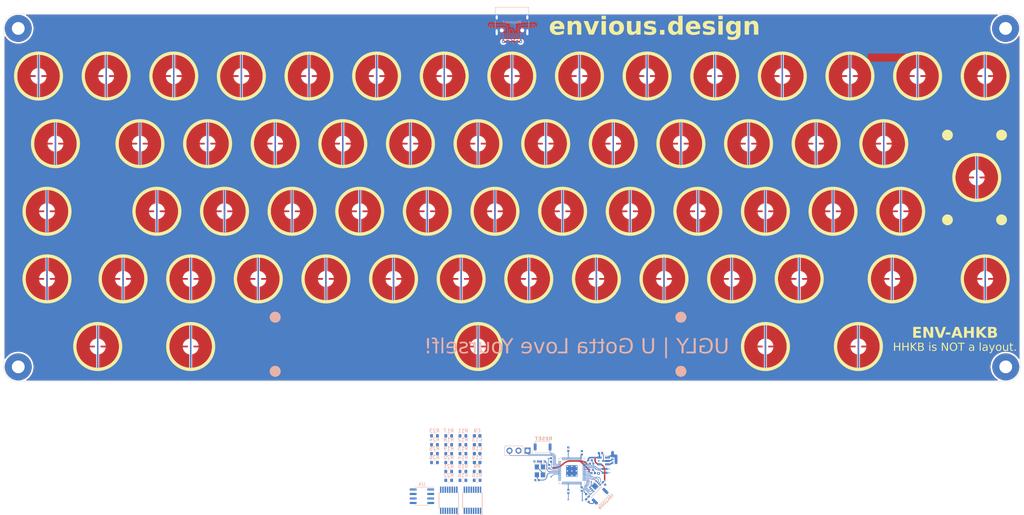
<source format=kicad_pcb>
(kicad_pcb (version 20221018) (generator pcbnew)
  (layers (0 "F.Cu" signal) (31 "B.Cu" signal) (34 "B.Paste" user) (35 "F.Paste" user) (36 "B.SilkS" user "B.Silkscreen") (37 "F.SilkS" user "F.Silkscreen") (38 "B.Mask" user) (39 "F.Mask" user) (44 "Edge.Cuts" user))
  (net 0 "")
  (net 1 "col0")
  (net 2 "col1")
  (net 3 "col2")
  (net 4 "col3")
  (net 5 "col4")
  (net 6 "col5")
  (net 7 "col6")
  (net 8 "col7")
  (net 9 "col8")
  (net 10 "col9")
  (net 11 "col10")
  (net 12 "col11")
  (net 13 "col12")
  (net 14 "col13")
  (net 15 "row0")
  (net 16 "row1")
  (net 17 "row2")
  (net 18 "row3")
  (net 19 "row4")
  (net 20 "+3V3")
  (net 21 "GND")
  (net 22 "+1V1")
  (net 23 "Net-(C14-Pad2)")
  (net 24 "Net-(U101-XIN)")
  (net 25 "VBUS")
  (net 26 "Net-(J1-CC1)")
  (net 27 "/USB_D+")
  (net 28 "/USB_D-")
  (net 30 "Net-(J1-CC2)")
  (net 32 "Net-(J2-Pin_1)")
  (net 33 "Net-(J2-Pin_3)")
  (net 34 "Net-(U101-USB_DP)")
  (net 35 "Net-(U101-USB_DM)")
  (net 36 "Net-(U101-XOUT)")
  (net 37 "Net-(U1-EN)")
  (net 38 "Net-(R8-Pad1)")
  (net 39 "Net-(U101-RUN)")
  (net 41 "QSPI_SD1")
  (net 42 "QSPI_SD2")
  (net 43 "QSPI_SD0")
  (net 44 "QSPI_SCLK")
  (net 45 "QSPI_SD3")
  (net 48 "APLEX_OUT_PIN_0")
  (net 49 "/QSPI_SS")
  (net 73 "Net-(U4-IN-)")
  (net 74 "ADC")
  (net 75 "APLEX_EN_PIN_0")
  (net 76 "AMUX_SEL_2")
  (net 77 "AMUX_SEL_1")
  (net 78 "AMUX_SEL_0")
  (net 79 "APLEX_EN_PIN_1")
  (net 80 "Net-(U3-A6)")
  (net 81 "Net-(U3-A7)")
  (footprint "cipulot_parts:ecs_pad_1U_no_ring" (layer "F.Cu") (at 122.572496 124.915)
    (fp_text reference "K_46")
    (fp_text value "KEYSW" hide)
  )
  (footprint "cipulot_parts:ecs_pad_1U_no_ring" (layer "F.Cu") (at 179.722496 124.915)
    (fp_text reference "K_49")
    (fp_text value "KEYSW" hide)
  )
  (footprint "cipulot_parts:ecs_pad_1U_no_ring" (layer "F.Cu") (at 265.447496 105.865)
    (fp_text reference "K_40")
    (fp_text value "KEYSW" hide)
  )
  (footprint "cipulot_parts:ecs_pad_1U_no_ring" (layer "F.Cu") (at 308.309996 124.915)
    (fp_text reference "K_55")
    (fp_text value "KEYSW" hide)
  )
  (footprint "MountingHole:MountingHole_3.5mm_Pad" (layer "F.Cu") (at 35.9 54.35)
    (fp_text reference "H1")
    (fp_text value "MountingHole")
  )
  (footprint "cipulot_parts:ecs_pad_1U_no_ring" (layer "F.Cu") (at 70.184996 86.815)
    (fp_text reference "K_16")
    (fp_text value "KEYSW" hide)
  )
  (footprint "cipulot_parts:ecs_pad_1U_no_ring" (layer "F.Cu") (at 284.497496 105.865)
    (fp_text reference "K_41")
    (fp_text value "KEYSW" hide)
  )
  (footprint "cipulot_parts:ecs_pad_1U_no_ring" (layer "F.Cu") (at 117.809996 67.765)
    (fp_text reference "K_4")
    (fp_text value "KEYSW" hide)
  )
  (footprint "cipulot_parts:ecs_pad_1U_no_ring" (layer "F.Cu") (at 184.484996 86.815)
    (fp_text reference "K_22")
    (fp_text value "KEYSW" hide)
  )
  (footprint "cipulot_parts:ecs_pad_1U_no_ring" (layer "F.Cu") (at 222.584996 86.815)
    (fp_text reference "K_24")
    (fp_text value "KEYSW" hide)
  )
  (footprint "cipulot_parts:ecs_pad_1U_no_ring" (layer "F.Cu") (at 84.472496 124.915)
    (fp_text reference "K_44")
    (fp_text value "KEYSW" hide)
  )
  (footprint "cipulot_parts:ecs_pad_1U_no_ring" (layer "F.Cu") (at 289.259996 67.765)
    (fp_text reference "K_13")
    (fp_text value "KEYSW" hide)
  )
  (footprint "cipulot_parts:ecs_pad_1U_no_ring" (layer "F.Cu") (at 227.347496 105.865)
    (fp_text reference "K_38")
    (fp_text value "KEYSW" hide)
  )
  (footprint "cipulot_parts:ecs_pad_1U_no_ring" (layer "F.Cu") (at 282.116296 124.915)
    (fp_text reference "K_54")
    (fp_text value "KEYSW" hide)
  )
  (footprint "cipulot_parts:ecs_pad_1U_no_ring" (layer "F.Cu") (at 260.684996 86.815)
    (fp_text reference "K_26")
    (fp_text value "KEYSW" hide)
  )
  (footprint "cipulot_parts:ecs_pad_1U_no_ring" (layer "F.Cu") (at 255.922496 124.915)
    (fp_text reference "K_53")
    (fp_text value "KEYSW" hide)
  )
  (footprint "cipulot_parts:ecs_pad_1U_no_ring" (layer "F.Cu") (at 170.197496 105.865)
    (fp_text reference "K_35")
    (fp_text value "KEYSW" hide)
  )
  (footprint "cipulot_parts:ecs_pad_1U_no_ring" (layer "F.Cu") (at 58.278796 143.965)
    (fp_text reference "K_56")
    (fp_text value "KEYSW" hide)
  )
  (footprint "cipulot_parts:ecs_pad_1U_no_ring" (layer "F.Cu") (at 174.959996 67.765)
    (fp_text reference "K_7")
    (fp_text value "KEYSW" hide)
  )
  (footprint "cipulot_parts:ecs_pad_1U_no_ring" (layer "F.Cu") (at 132.097496 105.865)
    (fp_text reference "K_33")
    (fp_text value "KEYSW" hide)
  )
  (footprint "cipulot_parts:ecs_pad_1U_no_ring" (layer "F.Cu") (at 270.209996 67.765)
    (fp_text reference "K_12")
    (fp_text value "KEYSW" hide)
  )
  (footprint "cipulot_parts:ecs_pad_1U_no_ring" (layer "F.Cu") (at 155.909996 67.765)
    (fp_text reference "K_6")
    (fp_text value "KEYSW" hide)
  )
  (footprint "cipulot_parts:ecs_pad_1U_no_ring" (layer "F.Cu") (at 246.397496 143.965)
    (fp_text reference "K_59")
    (fp_text value "KEYSW" hide)
  )
  (footprint "cipulot_parts:ecs_pad_1U_no_ring" (layer "F.Cu") (at 127.334996 86.815)
    (fp_text reference "K_19")
    (fp_text value "KEYSW" hide)
  )
  (footprint "cipulot_parts:ecs_pad_1U_no_ring" (layer "F.Cu") (at 93.997496 105.865)
    (fp_text reference "K_31")
    (fp_text value "KEYSW" hide)
  )
  (footprint "cipulot_parts:ecs_pad_1U_no_ring" (layer "F.Cu") (at 41.609996 67.765)
    (fp_text reference "K_0")
    (fp_text value "KEYSW" hide)
  )
  (footprint "MountingHole:MountingHole_3.5mm_Pad" (layer "F.Cu") (at 314.05 54.35)
    (fp_text reference "H2")
    (fp_text value "MountingHole")
  )
  (footprint "cipulot_parts:ecs_pad_1U_no_ring" (layer "F.Cu") (at 65.422496 124.915)
    (fp_text reference "K_43")
    (fp_text value "KEYSW" hide)
  )
  (footprint "cipulot_parts:ecs_pad_1U_no_ring" (layer "F.Cu") (at 103.522496 124.915)
    (fp_text reference "K_45")
    (fp_text value "KEYSW" hide)
  )
  (footprint "cipulot_parts:ecs_pad_1U_no_ring" (layer "F.Cu") (at 160.672496 124.915)
    (fp_text reference "K_48")
    (fp_text value "KEYSW" hide)
  )
  (footprint "cipulot_parts:ecs_pad_1U_no_ring" (layer "F.Cu") (at 43.991296 105.865)
    (fp_text reference "K_29")
    (fp_text value "KEYSW" hide)
  )
  (footprint "cipulot_parts:ecs_pad_1U_no_ring" (layer "F.Cu") (at 308.309996 67.765)
    (fp_text reference "K_14")
    (fp_text value "KEYSW" hide)
  )
  (footprint "cipulot_parts:ecs_pad_1U_no_ring" (layer "F.Cu") (at 241.634996 86.815)
    (fp_text reference "K_25")
    (fp_text value "KEYSW" hide)
  )
  (footprint "cipulot_parts:ecs_pad_1U_no_ring" (layer "F.Cu") (at 46.372496 86.815)
    (fp_text reference "K_15")
    (fp_text value "KEYSW" hide)
  )
  (footprint "cipulot_parts:ecs_pad_1U_no_ring" (layer "F.Cu") (at 246.397496 105.865)
    (fp_text reference "K_39")
    (fp_text value "KEYSW" hide)
  )
  (footprint "cipulot_parts:ecs_pad_1U_no_ring" (layer "F.Cu") (at 272.591296 143.965)
    (fp_text reference "K_60")
    (fp_text value "KEYSW" hide)
  )
  (footprint "cipulot_parts:ecs_pad_1U_no_ring" (layer "F.Cu") (at 146.384996 86.815)
    (fp_text reference "K_20")
    (fp_text value "KEYSW" hide)
  )
  (footprint "cipulot_parts:ecs_pad_1U_no_ring" (layer "F.Cu") (at 136.859996 67.765)
    (fp_text reference "K_5")
    (fp_text value "KEYSW" hide)
  )
  (footprint "cipulot_parts:ecs_pad_1U_no_ring" (layer "F.Cu") (at 89.234996 86.815)
    (fp_text reference "K_17")
    (fp_text value "KEYSW" hide)
  )
  (footprint "cipulot_parts:ecs_pad_1U_no_ring" (layer "F.Cu") (at 74.947496 105.865)
    (fp_text reference "K_30")
    (fp_text value "KEYSW" hide)
  )
  (footprint "cipulot_parts:ecs_pad_1U_no_ring" (layer "F.Cu") (at 151.147496 105.865)
    (fp_text reference "K_34")
    (fp_text value "KEYSW" hide)
  )
  (footprint "cipulot_parts:ecs_pad_1U_no_ring" (layer "F.Cu") (at 165.434996 86.815)
    (fp_text reference "K_21")
    (fp_text value "KEYSW" hide)
  )
  (footprint "cipulot_parts:ecs_pad_1U_no_ring" (layer "F.Cu") (at 84.472496 143.965)
    (fp_text reference "K_57")
    (fp_text value "KEYSW" hide)
  )
  (footprint "Mounting_Keyboard_Stabilizer:Stabilizer_Cherry_MX_7u" (layer "F.Cu") (at 165.434996 143.965 180)
    (fp_text reference "STAB1")
    (fp_text value "Stabiliser")
  )
  (footprint "cipulot_parts:ecs_pad_1U_no_ring" (layer "F.Cu") (at 98.759996 67.765)
    (fp_text reference "K_3")
    (fp_text value "KEYSW" hide)
  )
  (footprint "MountingHole:MountingHole_3.5mm_Pad" (layer "F.Cu") (at 314.1 149.7)
    (fp_text reference "H4")
    (fp_text value "MountingHole")
  )
  (footprint "cipulot_parts:ecs_pad_1U_no_ring" (layer "F.Cu") (at 251.159996 67.765)
    (fp_text reference "K_11")
    (fp_text value "KEYSW" hide)
  )
  (footprint "cipulot_parts:ecs_pad_1U_no_ring" (layer "F.Cu") (at 141.622496 124.915)
    (fp_text reference "K_47")
    (fp_text value "KEYSW" hide)
  )
  (footprint "cipulot_parts:ecs_pad_1U_no_ring" (layer "F.Cu") (at 279.734996 86.815)
    (fp_text reference "K_27")
    (fp_text value "KEYSW" hide)
  )
  (footprint "cipulot_parts:ecs_pad_1U_no_ring" (layer "F.Cu") (at 236.872496 124.915)
    (fp_text reference "K_52")
    (fp_text value "KEYSW" hide)
  )
  (footprint "cipulot_parts:ecs_pad_1U_no_ring" (layer "F.Cu") (at 113.047496 105.865)
    (fp_text reference "K_32")
    (fp_text value "KEYSW" hide)
  )
  (footprint "cipulot_parts:ecs_pad_1U_no_ring" (layer "F.Cu") (at 305.939996 96.34)
    (fp_text reference "K_28")
    (fp_text value "KEYSW" hide)
  )
  (footprint "cipulot_parts:ecs_pad_1U_no_ring" (layer "F.Cu") (at 43.991296 124.915)
    (fp_text reference "K_42")
    (fp_text value "KEYSW" hide)
  )
  (footprint "MountingHole:MountingHole_3.5mm_Pad" (layer "F.Cu") (at 35.9 149.7)
    (fp_text reference "H3")
    (fp_text value "MountingHole")
  )
  (footprint "cipulot_parts:ecs_pad_1U_no_ring" (layer "F.Cu") (at 198.772496 124.915)
    (fp_text reference "K_50")
    (fp_text value "KEYSW" hide)
  )
  (footprint "cipulot_parts:ecs_pad_1U_no_ring" (layer "F.Cu") (at 217.822496 124.915)
    (fp_text reference "K_51")
    (fp_text value "KEYSW" hide)
  )
  (footprint "cipulot_parts:ecs_pad_1U_no_ring" (layer "F.Cu") (at 232.109996 67.765)
    (fp_text reference "K_10")
    (fp_text value "KEYSW" hide)
  )
  (footprint "cipulot_parts:ecs_pad_1U_no_ring" (layer "F.Cu") (at 165.434996 143.965)
    (fp_text reference "K_58")
    (fp_text value "KEYSW" hide)
  )
  (footprint "cipulot_parts:ecs_pad_1U_no_ring" (layer "F.Cu") (at 194.009996 67.765)
    (fp_text reference "K_8")
    (fp_text value "KEYSW" hide)
  )
  (footprint "cipulot_parts:ecs_pad_1U_no_ring" (layer "F.Cu") (at 203.534996 86.815)
    (fp_text reference "K_23")
    (fp_text value "KEYSW" hide)
  )
  (footprint "cipulot_parts:ecs_pad_1U_no_ring" (layer "F.Cu") (at 189.247496 105.865)
    (fp_text reference "K_36")
    (fp_text value "KEYSW" hide)
  )
  (footprint "cipulot_parts:ecs_pad_1U_no_ring" (layer "F.Cu") (at 213.059996 67.765)
    (fp_text reference "K_9")
    (fp_text value "KEYSW" hide)
  )
  (footprint "Mounting_Keyboard_Stabilizer:Stabilizer_Cherry_MX_2u" (layer "F.Cu") (at 305.939996 96.34 -90)
    (fp_text reference "STAB2")
    (fp_text value "Stabiliser")
  )
  (footprint "cipulot_parts:ecs_pad_1U_no_ring" (layer "F.Cu") (at 208.297496 105.865)
    (fp_text reference "K_37")
    (fp_text value "KEYSW" hide)
  )
  (footprint "cipulot_parts:ecs_pad_1U_no_ring" (layer "F.Cu") (at 108.284996 86.815)
    (fp_text reference "K_18")
    (fp_text value "KEYSW" hide)
  )
  (footprint "cipulot_parts:ecs_pad_1U_no_ring" (layer "F.Cu") (at 79.709996 67.765)
    (fp_text reference "K_2")
    (fp_text value "KEYSW" hide)
  )
  (footprint "cipulot_parts:ecs_pad_1U_no_ring" (layer "F.Cu") (at 60.659996 67.765)
    (fp_text reference "K_1")
    (fp_text value "KEYSW" hide)
  )
  (footprint "cipulot_parts:TSSOP16" (layer "B.Cu") (at 157.181278 187.28334 180)
    (fp_text reference "U3")
    (fp_text value "74HC4051")
  )
  (footprint "MCU_RaspberryPi_and_Boards:RP2040-QFN-56" (layer "B.Cu") (at 191.849999 179.005 90)
    (fp_text reference "U101")
    (fp_text value "RP2040")
  )
  (footprint "Capacitor_SMD:C_0402_1005Metric" (layer "B.Cu") (at 197.28 178.665)
    (fp_text reference "C6")
    (fp_text value "100nF 0402")
  )
  (footprint "Resistor_SMD:R_0603_1608Metric" (layer "B.Cu") (at 157.161548 171.625 180)
    (fp_text reference "R18")
    (fp_text value "100k")
  )
  (footprint "Package_SON:SON-8-1EP_3x2mm_P0.5mm_EP1.4x1.6mm" (layer "B.Cu") (at 198.37 183.325 45)
    (fp_text reference "U103")
    (fp_text value "W25Q16")
  )
  (footprint "Package_TO_SOT_SMD:SOT-23-5" (layer "B.Cu") (at 200.75 176.205 180)
    (fp_text reference "U1")
    (fp_text value "TLV75533PDBV")
  )
  (footprint "Resistor_SMD:R_0603_1608Metric" (layer "B.Cu") (at 153.151548 169.115 180)
    (fp_text reference "R23")
    (fp_text value "100k")
  )
  (footprint "Resistor_SMD:R_0603_1608Metric" (layer "B.Cu") (at 157.161548 174.135 180)
    (fp_text reference "R19")
    (fp_text value "100k")
  )
  (footprint "Button_Switch_SMD:SW_Push_SPST_NO_Alps_SKRK" (layer "B.Cu") (at 183.625 172.255)
    (fp_text reference "SW2")
    (fp_text value "Alps SKRK")
  )
  (footprint "Resistor_SMD:R_0603_1608Metric" (layer "B.Cu") (at 161.171548 169.115 180)
    (fp_text reference "R11")
    (fp_text value "100k")
  )
  (footprint "Resistor_SMD:R_0603_1608Metric" (layer "B.Cu") (at 161.171548 181.665 180)
    (fp_text reference "R16")
    (fp_text value "100k")
  )
  (footprint "Capacitor_SMD:C_0603_1608Metric" (layer "B.Cu") (at 165.181548 174.135 180)
    (fp_text reference "C18")
    (fp_text value "220p")
  )
  (footprint "Button_Switch_SMD:SW_Push_SPST_NO_Alps_SKRK" (layer "B.Cu") (at 199.825 186.155 -135)
    (fp_text reference "SW1")
    (fp_text value "Alps SKRK")
  )
  (footprint "Resistor_SMD:R_0402_1005Metric" (layer "B.Cu") (at 201.1 178.455)
    (fp_text reference "R3")
    (fp_text value "27 0402")
  )
  (footprint "Capacitor_SMD:C_0402_1005Metric" (layer "B.Cu") (at 194.65 184.13 -90)
    (fp_text reference "C8")
    (fp_text value "100nF 0402")
  )
  (footprint "Resistor_SMD:R_0603_1608Metric" (layer "B.Cu") (at 161.171548 176.645 180)
    (fp_text reference "R14")
    (fp_text value "100k")
  )
  (footprint "Resistor_SMD:R_0603_1608Metric" (layer "B.Cu") (at 161.171548 171.625 180)
    (fp_text reference "R12")
    (fp_text value "100k")
  )
  (footprint "Capacitor_SMD:C_0603_1608Metric" (layer "B.Cu") (at 165.181548 176.645 180)
    (fp_text reference "C19")
    (fp_text value "0.1u")
  )
  (footprint "Crystal:Crystal_SMD_3225-4Pin_3.2x2.5mm" (layer "B.Cu") (at 182.853553 179.005 -90)
    (fp_text reference "Y1")
    (fp_text value "12MHz 3225")
  )
  (footprint "Resistor_SMD:R_0603_1608Metric" (layer "B.Cu") (at 165.181548 181.665 180)
    (fp_text reference "R10")
    (fp_text value "100k")
  )
  (footprint "Resistor_SMD:R_0603_1608Metric" (layer "B.Cu") (at 157.161548 169.115 180)
    (fp_text reference "R17")
    (fp_text value "100k")
  )
  (footprint "Capacitor_SMD:C_0402_1005Metric" (layer "B.Cu") (at 197.89 179.635)
    (fp_text reference "C4")
    (fp_text value "100nF 0402")
  )
  (footprint "Resistor_SMD:R_0603_1608Metric" (layer "B.Cu") (at 157.161548 179.155 180)
    (fp_text reference "R21")
    (fp_text value "100k")
  )
  (footprint "Capacitor_SMD:C_0402_1005Metric" (layer "B.Cu") (at 185.49 177.815 90)
    (fp_text reference "C7")
    (fp_text value "100nF 0402")
  )
  (footprint "Resistor_SMD:R_0603_1608Metric" (layer "B.Cu") (at 153.151548 176.645 180)
    (fp_text reference "R26")
    (fp_text value "100k")
  )
  (footprint "Resistor_SMD:R_0402_1005Metric" (layer "B.Cu") (at 196.225 187.38 135)
    (fp_text reference "R8")
    (fp_text value "1K 0402")
  )
  (footprint "cipulot_parts:TSSOP16" (layer "B.Cu") (at 163.851458 187.28334 180)
    (fp_text reference "U2")
    (fp_text value "74HC4051")
  )
  (footprint "Resistor_SMD:R_0603_1608Metric" (layer "B.Cu") (at 157.161548 176.645 180)
    (fp_text reference "R20")
    (fp_text value "100k")
  )
  (footprint "Resistor_SMD:R_0603_1608Metric" (layer "B.Cu") (at 161.171548 174.135 180)
    (fp_text reference "R13")
    (fp_text value "100k")
  )
  (footprint "Resistor_SMD:R_0603_1608Metric" (layer "B.Cu") (at 153.151548 174.135 180)
    (fp_text reference "R25")
    (fp_text value "1k")
  )
  (footprint "Capacitor_SMD:C_0402_1005Metric" (layer "B.Cu") (at 197.43 176.985)
    (fp_text reference "C2")
    (fp_text value "1uF 0402")
  )
  (footprint "Connector_USB:USB_C_Receptacle_HRO_TYPE-C-31-M-12" (layer "B.Cu") (at 175 52.29)
    (fp_text reference "J1")
    (fp_text value "HRO_TYPE-C-31-M-12")
  )
  (footprint "Capacitor_SMD:C_0603_1608Metric" (layer "B.Cu") (at 165.181548 169.115 180)
    (fp_text reference "C9")
    (fp_text value "0.1u")
  )
  (footprint "Capacitor_SMD:C_0402_1005Metric" (layer "B.Cu") (at 194.675 173.904999 90)
    (fp_text reference "C12")
    (fp_text value "100nF 0402")
  )
  (footprint "Capacitor_SMD:C_0402_1005Metric" (layer "B.Cu") (at 190.875 184.805 -90)
    (fp_text reference "C10")
    (fp_text value "100nF 0402")
  )
  (footprint "Resistor_SMD:R_0603_1608Metric" (layer "B.Cu") (at 157.161548 181.665 180)
    (fp_text reference "R22")
    (fp_text value "100k")
  )
  (footprint "Package_SO:SOIC-8_3.9x4.9mm_P1.27mm" (layer "B.Cu") (at 149.621548 186.145 180)
    (fp_text reference "U4")
    (fp_text value "OPA350")
  )
  (footprint "Resistor_SMD:R_0402_1005Metric" (layer "B.Cu") (at 183.7 176.355)
    (fp_text reference "R4")
    (fp_text value "1K 0402")
  )
  (footprint "Resistor_SMD:R_0402_1005Metric" (layer "B.Cu") (at 181.2 53.890001 -90)
    (fp_text reference "R6")
    (fp_text value "5.1K 0402")
  )
  (footprint "Resistor_SMD:R_0402_1005Metric" (layer "B.Cu") (at 196.25 185.905 135)
    (fp_text reference "R1")
    (fp_text value "10K 0402")
  )
  (footprint "Resistor_SMD:R_0402_1005Metric" (layer "B.Cu") (at 201.1 179.555)
    (fp_text reference "R2")
    (fp_text value "27 0402")
  )
  (footprint "Capacitor_SMD:C_0402_1005Metric" (layer "B.Cu") (at 196.98 176.005)
    (fp_text reference "C5")
    (fp_text value "1uF 0402")
  )
  (footprint "Resistor_SMD:R_0603_1608Metric" (layer "B.Cu") (at 161.171548 179.155 180)
    (fp_text reference "R15")
    (fp_text value "100k")
  )
  (footprint "Capacitor_SMD:C_0402_1005Metric" (layer "B.Cu") (at 200.924999 182.555 -45)
    (fp_text reference "C1")
    (fp_text value "100nF 0402")
  )
  (footprint "Connector_PinHeader_2.54mm:PinHeader_1x03_P2.54mm_Vertical" (layer "B.Cu") (at 179.375 173.305 90)
    (fp_text reference "J2")
    (fp_text value "Conn_01x03")
  )
  (footprint "Resistor_SMD:R_0402_1005Metric" (layer "B.Cu") (at 203.8 176.705)
    (fp_text reference "R7")
    (fp_text value "10K 0402")
  )
  (footprint "Resistor_SMD:R_0603_1608Metric" (layer "B.Cu") (at 153.151548 171.625 180)
    (fp_text reference "R24")
    (fp_text value "100k")
  )
  (footprint "Capacitor_SMD:C_0603_1608Metric" (layer "B.Cu") (at 165.181548 171.625 180)
    (fp_text reference "C13")
    (fp_text value "0.1u")
  )
  (footprint "Capacitor_SMD:C_0402_1005Metric" (layer "B.Cu") (at 203.325 175.255 -90)
    (fp_text reference "C16")
    (fp_text value "1uF 0402")
  )
  (footprint "Capacitor_SMD:C_0402_1005Metric" (layer "B.Cu") (at 185.980001 175.925 90)
    (fp_text reference "C3")
    (fp_text value "100nF 0402")
  )
  (footprint "Capacitor_SMD:C_0402_1005Metric" (layer "B.Cu") (at 182.053554 181.605001)
    (fp_text reference "C15")
    (fp_text value "22pF 0402")
  )
  (footprint "Capacitor_SMD:C_0402_1005Metric" (layer "B.Cu") (at 190.85 172.88 90)
    (fp_text reference "C11")
    (fp_text value "100nF 0402")
  )
  (footprint "Capacitor_SMD:C_0402_1005Metric" (layer "B.Cu") (at 199.93 173.98)
    (fp_text reference "C17")
    (fp_text value "1uF 0402")
  )
  (footprint "Capacitor_SMD:C_0402_1005Metric" (layer "B.Cu") (at 181.8 176.355)
    (fp_text reference "C14")
    (fp_text value "22pF 0402")
  )
  (footprint "Resistor_SMD:R_0603_1608Metric" (layer "B.Cu") (at 165.181548 179.155 180)
    (fp_text reference "R9")
    (fp_text value "100k")
  )
  (footprint "Resistor_SMD:R_0402_1005Metric" (layer "B.Cu") (at 169 53.890001 -90)
    (fp_text reference "R5")
    (fp_text value "5.1K 0402")
  )
  (gr_line (start 314.2 153.8) (end 35.8 153.8) (stroke (width 0.1)) (layer "Edge.Cuts"))
  (gr_arc (start 314.2 50.2) (mid 317.028427 51.371573) (end 318.2 54.2) (stroke (width 0.1)) (layer "Edge.Cuts"))
  (gr_arc (start 318.2 149.8) (mid 317.028427 152.628427) (end 314.2 153.8) (stroke (width 0.1)) (layer "Edge.Cuts"))
  (gr_arc (start 31.8 54.2) (mid 32.971573 51.371573) (end 35.8 50.2) (stroke (width 0.1)) (layer "Edge.Cuts"))
  (gr_line (start 35.8 50.2) (end 314.2 50.2) (stroke (width 0.1)) (layer "Edge.Cuts"))
  (gr_line (start 318.2 54.2) (end 318.2 149.8) (stroke (width 0.1)) (layer "Edge.Cuts"))
  (gr_line (start 31.8 149.8) (end 31.8 54.2) (stroke (width 0.1)) (layer "Edge.Cuts"))
  (gr_arc (start 35.8 153.8) (mid 32.971573 152.628427) (end 31.8 149.8) (stroke (width 0.1)) (layer "Edge.Cuts"))
  (gr_text "RESET" (at 186.368682 170.557944) (layer "B.SilkS") (effects (font (size 1 1) (thickness 0.15) bold) (justify left bottom mirror)))
  (gr_text "Wagwan?" (at 175 52.6) (layer "B.SilkS") (effects (font (size 0.8 0.8) (thickness 0.1)) (justify mirror)))
  (gr_text "BOOTSEL" (at 199.085 189.29 -135) (layer "B.SilkS") (effects (font (size 0.8 0.8) (thickness 0.15) bold) (justify left bottom mirror)))
  (gr_text "UGLY | U Gotta Love Yourself!" (at 236.2 146.6) (layer "B.SilkS") (effects (font (size 4.2 4.2) (thickness 0.5)) (justify left bottom mirror)))
  (gr_text "ENV-AHKB" (at 299.8 140.25) (layer "F.SilkS") (effects (font (size 3 3) (thickness 0.6) bold)))
  (gr_text "HHKB is NOT a layout." (at 299.8 144.25) (layer "F.SilkS") (effects (font (size 2.25 2.25) (thickness 0.28125))))
  (gr_text "envious.design" (at 185.35 56.95) (layer "F.SilkS") (effects (font (size 5 5) (thickness 0.15) bold) (justify left bottom)))
  (segment (start 198.4 175.255) (end 198.4 176.005) (width 0.4) (layer "F.Cu") (net 20))
  (segment (start 201.1 178.705) (end 201.1 181.705) (width 0.4) (layer "F.Cu") (net 20))
  (via (at 201.1 181.705) (size 0.4) (drill 0.2) (layers "F.Cu" "B.Cu") (net 20))
  (via (at 198.4 175.255) (size 0.4) (drill 0.2) (layers "F.Cu" "B.Cu") (net 20))
  (arc (start 199.5 177.105) (mid 200.631371 177.573629) (end 201.1 178.705) (width 0.4) (layer "F.Cu") (net 20))
  (arc (start 198.4 176.005) (mid 198.722183 176.782817) (end 199.5 177.105) (width 0.4) (layer "F.Cu") (net 20))
  (segment (start 190.85 184.3) (end 190.875 184.325) (width 0.2) (layer "B.Cu") (net 20))
  (segment (start 199.888434 182.912744) (end 200.585589 182.215589) (width 0.15) (layer "B.Cu") (net 20))
  (segment (start 199.6125 175.255) (end 199.6125 174.372309) (width 0.4) (layer "B.Cu") (net 20))
  (segment (start 196.5 176.005001) (end 196.5 175.796998) (width 0.4) (layer "B.Cu") (net 20))
  (segment (start 199.6125 175.255) (end 198.4 175.255) (width 0.4) (layer "B.Cu") (net 20))
  (segment (start 188.4125 178.805) (end 186.721248 178.805001) (width 0.15) (layer "B.Cu") (net 20))
  (segment (start 194.45 175.567499) (end 194.45 174.685) (width 0.2) (layer "B.Cu") (net 20))
  (segment (start 190.85 175.5675) (end 190.85 173.36) (width 0.2) (layer "B.Cu") (net 20))
  (segment (start 194.45 174.928199) (end 194.45 175.567499) (width 0.2) (layer "B.Cu") (net 20))
  (segment (start 194.45 175.567499) (end 194.45 174.68) (width 0.2) (layer "B.Cu") (net 20))
  (segment (start 196.259799 176.21822) (end 196.473019 176.005) (width 0.15) (layer "B.Cu") (net 20))
  (segment (start 194.704853 183.709853) (end 195.125 184.13) (width 0.2) (layer "B.Cu") (net 20))
  (segment (start 196.473019 176.005) (end 196.5 176.005001) (width 0.15) (layer "B.Cu") (net 20))
  (segment (start 195.3 184.552487) (end 195.3 184.88) (width 0.2) (layer "B.Cu") (net 20))
  (segment (start 195.353033 185.008033) (end 195.889376 185.544377) (width 0.2) (layer "B.Cu") (net 20))
  (segment (start 190.85 182.4425) (end 190.85 184.3) (width 0.2) (layer "B.Cu") (net 20))
  (segment (start 198.4 175.255) (end 197.041998 175.255) (width 0.4) (layer "B.Cu") (net 20))
  (segment (start 200.592113 182.212886) (end 201.1 181.705) (width 0.15) (layer "B.Cu") (net 20))
  (segment (start 194.450001 182.4425) (end 194.45 183.575) (width 0.2) (layer "B.Cu") (net 20))
  (segment (start 196.8 178.665) (end 195.915195 178.665) (width 0.2) (layer "B.Cu") (net 20))
  (segment (start 195.2875 176.405) (end 195.58967 176.405) (width 0.15) (layer "B.Cu") (net 20))
  (arc (start 195.58967 176.405) (mid 195.937206 176.356937) (end 196.259799 176.21822) (width 0.15) (layer "B.Cu") (net 20))
  (arc (start 186.721248 178.805001) (mid 186.054902 178.672456) (end 185.49 178.295) (width 0.15) (layer "B.Cu") (net 20))
  (arc (start 199.81073 182.94493) (mid 199.852783 182.936565) (end 199.888434 182.912744) (width 0.15) (layer "B.Cu") (net 20))
  (arc (start 194.45 174.685) (mid 194.537868 174.472868) (end 194.75 174.385001) (width 0.2) (layer "B.Cu") (net 20))
  (arc (start 195.125 184.13) (mid 195.254518 184.323838) (end 195.3 184.552487) (width 0.2) (layer "B.Cu") (net 20))
  (arc (start 196.5 175.796998) (mid 196.658748 175.413748) (end 197.041998 175.255) (width 0.4) (layer "B.Cu") (net 20))
  (arc (start 199.6125 174.372309) (mid 199.570267 174.159993) (end 199.45 173.979999) (width 0.4) (layer "B.Cu") (net 20))
  (arc (start 194.5 183.625) (mid 194.610866 183.647054) (end 194.704853 183.709853) (width 0.2) (layer "B.Cu") (net 20))
  (arc (start 200.585589 182.215589) (mid 200.58912 182.214887) (end 200.592113 182.212886) (width 0.15) (layer "B.Cu") (net 20))
  (arc (start 194.45 183.575) (mid 194.464645 183.610355) (end 194.5 183.625) (width 0.2) (layer "B.Cu") (net 20))
  (arc (start 195.915195 178.665) (mid 195.575489 178.597429) (end 195.2875 178.405) (width 0.2) (layer "B.Cu") (net 20))
  (arc (start 194.45 174.68) (mid 194.552513 174.432513) (end 194.8 174.33) (width 0.2) (layer "B.Cu") (net 20))
  (arc (start 194.675 174.385001) (mid 194.508476 174.634221) (end 194.45 174.928199) (width 0.2) (layer "B.Cu") (net 20))
  (arc (start 195.3 184.88) (mid 195.313782 184.949291) (end 195.353033 185.008033) (width 0.2) (layer "B.Cu") (net 20))
  (via (at 186.025 180.655) (size 0.4) (drill 0.2) (layers "F.Cu" "B.Cu") (net 21))
  (via (at 194.85 187.33) (size 0.4) (drill 0.2) (layers "F.Cu" "B.Cu") (net 21))
  (via (at 197.325 182.03) (size 0.4) (drill 0.2) (layers "F.Cu" "B.Cu") (net 21))
  (via (at 190.85 187.08) (size 0.4) (drill 0.2) (layers "F.Cu" "B.Cu") (net 21))
  (via (at 199.375 179.705) (size 0.8) (drill 0.4) (layers "F.Cu" "B.Cu") (net 21))
  (via (at 199.475 176.205) (size 0.4) (drill 0.2) (layers "F.Cu" "B.Cu") (net 21))
  (segment (start 197.535233 176.080234) (end 197.46 176.005) (width 0.15) (layer "B.Cu") (net 21))
  (segment (start 200.775 175.601447) (end 200.775 174.861187) (width 0.2) (layer "B.Cu") (net 21))
  (segment (start 171.75 56.335) (end 170.835 55.42) (width 0.25) (layer "B.Cu") (net 21))
  (segment (start 170.835 55.42) (end 170.68 55.42) (width 0.25) (layer "B.Cu") (net 21))
  (segment (start 197.76 178.665) (end 198.115441 179.020441) (width 0.15) (layer "B.Cu") (net 21))
  (segment (start 190.85 187.08) (end 190.85 186.197641) (width 0.15) (layer "B.Cu") (net 21))
  (segment (start 185.25 177.095) (end 185.25 175.805) (width 0.15) (layer "B.Cu") (net 21))
  (segment (start 190.875 186.165) (end 190.875 185.285) (width 0.15) (layer "B.Cu") (net 21))
  (segment (start 197.325 182.749694) (end 197.325 182.03) (width 0.2) (layer "B.Cu") (net 21))
  (segment (start 190.85 186.197641) (end 190.877474 186.170167) (width 0.15) (layer "B.Cu") (net 21))
  (segment (start 185.25 175.805) (end 185.25 175.55) (width 0.15) (layer "B.Cu") (net 21))
  (segment (start 185.145 175.445) (end 185.980001 175.445) (width 0.15) (layer "B.Cu") (net 21))
  (segment (start 201.8875 176.205) (end 202.19032 176.205) (width 0.4) (layer "B.Cu") (net 21))
  (segment (start 194.8 187.28) (end 194.8 184.778218) (width 0.2) (layer "B.Cu") (net 21))
  (segment (start 183.35 179.251446) (end 182.003552 177.905) (width 0.2) (layer "B.Cu") (net 21))
  (segment (start 194.85 187.33) (end 194.8 187.28) (width 0.2) (layer "B.Cu") (net 21))
  (segment (start 186.025 180.655) (end 186.025 180.705) (width 0.15) (layer "B.Cu") (net 21))
  (segment (start 194.8 184.778218) (end 194.675133 184.653351) (width 0.2) (layer "B.Cu") (net 21))
  (segment (start 188.412499 180.005) (end 186.725 180.005) (width 0.15) (layer "B.Cu") (net 21))
  (segment (start 178.25 56.335) (end 179.165 55.42) (width 0.25) (layer "B.Cu") (net 21))
  (segment (start 186.725 180.005) (end 186.075 180.655) (width 0.15) (layer "B.Cu") (net 21))
  (segment (start 179.165 55.42) (end 179.32 55.42) (width 0.25) (layer "B.Cu") (net 21))
  (segment (start 186.075 180.655) (end 186.025 180.655) (width 0.15) (layer "B.Cu") (net 21))
  (segment (start 201.8875 176.205) (end 200.525 176.205) (width 0.4) (layer "B.Cu") (net 21))
  (arc (start 190.877474 186.170167) (mid 190.874808 186.166951) (end 190.875 186.165) (width 0.15) (layer "B.Cu") (net 21))
  (arc (start 200.525 176.205) (mid 200.710027 175.928088) (end 200.775 175.601447) (width 0.2) (layer "B.Cu") (net 21))
  (arc (start 202.19032 176.205) (mid 202.804404 176.082852) (end 203.325 175.735) (width 0.4) (layer "B.Cu") (net 21))
  (arc (start 197.91 176.985) (mid 197.812601 176.495344) (end 197.535233 176.080234) (width 0.15) (layer "B.Cu") (net 21))
  (arc (start 185.25 175.55) (mid 185.219246 175.475754) (end 185.145 175.445) (width 0.15) (layer "B.Cu") (net 21))
  (arc (start 185.49 177.335) (mid 185.320294 177.264706) (end 185.25 177.095) (width 0.15) (layer "B.Cu") (net 21))
  (arc (start 200.41 173.98) (mid 200.68014 174.384292) (end 200.775 174.861187) (width 0.2) (layer "B.Cu") (net 21))
  (arc (start 198.115441 179.020441) (mid 198.303842 179.302402) (end 198.37 179.635) (width 0.15) (layer "B.Cu") (net 21))
  (arc (start 190.85 172.4) (mid 190.884244 172.385815) (end 190.898429 172.351571) (width 0.15) (layer "B.Cu") (net 21))
  (arc (start 183.703553 180.105) (mid 183.611667 179.64306) (end 183.35 179.251446) (width 0.2) (layer "B.Cu") (net 21))
  (arc (start 194.675133 184.653351) (mid 194.664924 184.630119) (end 194.65 184.61) (width 0.2) (layer "B.Cu") (net 21))
  (arc (start 196.92927 183.70507) (mid 197.222153 183.26674) (end 197.325 182.749694) (width 0.2) (layer "B.Cu") (net 21))
  (segment (start 194.167919 176.225) (end 191.460365 176.225) (width 0.4) (layer "F.Cu") (net 22))
  (segment (start 187.536627 178.040026) (end 186.314319 178.190681) (width 0.4) (layer "F.Cu") (net 22))
  (segment (start 196.34135 178.39843) (end 194.167919 176.225) (width 0.4) (layer "F.Cu") (net 22))
  (segment (start 189.360001 177.095) (end 189.35995 177.095051) (width 0.4) (layer "F.Cu") (net 22))
  (via (at 196.75 179.385) (size 0.4) (drill 0.2) (layers "F.Cu" "B.Cu") (net 22))
  (via (at 196.22 177.075) (size 0.4) (drill 0.2) (layers "F.Cu" "B.Cu") (net 22))
  (via (at 186.314319 178.190681) (size 0.4) (drill 0.2) (layers "F.Cu" "B.Cu") (net 22))
  (arc (start 194.167919 176.225) (mid 195.278497 176.445907) (end 196.22 177.075) (width 0.4) (layer "F.Cu") (net 22))
  (arc (start 191.460365 176.225) (mid 190.323655 176.451106) (end 189.360001 177.095) (width 0.4) (layer "F.Cu") (net 22))
  (arc (start 196.75 179.385) (mid 196.643795 178.851072) (end 196.34135 178.39843) (width 0.4) (layer "F.Cu") (net 22))
  (arc (start 189.35995 177.095051) (mid 188.521313 177.707958) (end 187.536627 178.040026) (width 0.4) (layer "F.Cu") (net 22))
  (segment (start 196.530001 179.385) (end 196.75 179.385) (width 0.15) (layer "B.Cu") (net 22))
  (segment (start 196.520001 179.375) (end 196.425 179.28) (width 0.15) (layer "B.Cu") (net 22))
  (segment (start 185.98 176.405) (end 186.171469 176.596469) (width 0.15) (layer "B.Cu") (net 22))
  (segment (start 186.2 176.625) (end 186.2 177.855) (width 0.15) (layer "B.Cu") (net 22))
  (segment (start 197.09 179.623847) (end 197.498847 179.623846) (width 0.2) (layer "B.Cu") (net 22))
  (segment (start 186.75 178.405) (end 188.4125 178.405) (width 0.15) (layer "B.Cu") (net 22))
  (segment (start 196.988847 179.623847) (end 197.09 179.623847) (width 0.2) (layer "B.Cu") (net 22))
  (segment (start 195.2875 179.205) (end 196.243934 179.205) (width 0.15) (layer "B.Cu") (net 22))
  (segment (start 196.520001 179.375) (end 196.530001 179.385) (width 0.15) (layer "B.Cu") (net 22))
  (segment (start 195.2875 177.205) (end 196.418874 177.205) (width 0.2) (layer "B.Cu") (net 22))
  (segment (start 195.2875 177.205) (end 195.955501 177.205) (width 0.15) (layer "B.Cu") (net 22))
  (segment (start 196.75 179.385) (end 196.988847 179.623847) (width 0.2) (layer "B.Cu") (net 22))
  (segment (start 196.520001 179.375) (end 196.541758 179.396757) (width 0.15) (layer "B.Cu") (net 22))
  (segment (start 195.2875 177.205) (end 195.906153 177.205) (width 0.2) (layer "B.Cu") (net 22))
  (arc (start 185.98 176.405) (mid 186.135563 176.469437) (end 186.2 176.625) (width 0.15) (layer "B.Cu") (net 22))
  (arc (start 186.2 177.855) (mid 186.361091 178.243909) (end 186.75 178.405) (width 0.15) (layer "B.Cu") (net 22))
  (arc (start 195.906153 177.205) (mid 196.076005 177.171214) (end 196.22 177.075) (width 0.2) (layer "B.Cu") (net 22))
  (arc (start 196.418874 177.205) (mid 196.706317 177.147824) (end 196.95 176.985) (width 0.2) (layer "B.Cu") (net 22))
  (arc (start 196.541758 179.396757) (mid 196.793293 179.564829) (end 197.09 179.623847) (width 0.15) (layer "B.Cu") (net 22))
  (arc (start 196.243934 179.205) (mid 196.341926 179.224492) (end 196.425 179.28) (width 0.15) (layer "B.Cu") (net 22))
  (segment (start 182.280001 176.355) (end 183.19 176.355) (width 0.4) (layer "B.Cu") (net 23))
  (segment (start 183.19 176.355) (end 183.19 176.665174) (width 0.2) (layer "B.Cu") (net 23))
  (arc (start 183.19 176.665174) (mid 183.323468 177.336163) (end 183.703553 177.905) (width 0.2) (layer "B.Cu") (net 23))
  (segment (start 188.4125 179.605) (end 185.690378 179.605) (width 0.2) (layer "B.Cu") (net 24))
  (segment (start 182.003553 180.104999) (end 182.003553 180.325465) (width 0.2) (layer "B.Cu") (net 24))
  (segment (start 183.690381 181.605) (end 182.533554 181.605) (width 0.2) (layer "B.Cu") (net 24))
  (arc (start 185.690378 179.605) (mid 185.096141 179.851141) (end 184.85 180.445381) (width 0.2) (layer "B.Cu") (net 24))
  (arc (start 184.85 180.445381) (mid 184.510355 181.265355) (end 183.690381 181.605) (width 0.2) (layer "B.Cu") (net 24))
  (arc (start 182.003553 180.325465) (mid 182.141296 181.017944) (end 182.533554 181.605) (width 0.2) (layer "B.Cu") (net 24))
  (segment (start 177.45 58.1) (end 172.55 58.1) (width 0.5) (layer "F.Cu") (net 25))
  (via (at 172.55 58.1) (size 0.8) (drill 0.4) (layers "F.Cu" "B.Cu") (net 25))
  (via (at 177.45 58.1) (size 0.8) (drill 0.4) (layers "F.Cu" "B.Cu") (net 25))
  (segment (start 172.55 56.335) (end 172.55 58.1) (width 0.5) (layer "B.Cu") (net 25))
  (segment (start 204.31 176.705) (end 204.31 174.775) (width 0.8) (layer "B.Cu") (net 25))
  (segment (start 204.31 174.775) (end 203.325 174.775) (width 0.8) (layer "B.Cu") (net 25))
  (segment (start 203.000979 174.775) (end 203.325 174.775) (width 0.4) (layer "B.Cu") (net 25))
  (segment (start 203.325 174.775) (end 203.325 173.785) (width 0.8) (layer "B.Cu") (net 25))
  (segment (start 202.292938 175.087062) (end 202.325 175.055) (width 0.4) (layer "B.Cu") (net 25))
  (segment (start 177.45 56.335) (end 177.45 58.1) (width 0.5) (layer "B.Cu") (net 25))
  (arc (start 202.325 175.055) (mid 202.635141 174.84777) (end 203.000979 174.775) (width 0.4) (layer "B.Cu") (net 25))
  (arc (start 201.8875 175.255) (mid 202.106921 175.211354) (end 202.292938 175.087062) (width 0.4) (layer "B.Cu") (net 25))
  (segment (start 172.75 53.380001) (end 169 53.380001) (width 0.25) (layer "B.Cu") (net 26))
  (segment (start 173.75 56.335) (end 173.75 54.380001) (width 0.25) (layer "B.Cu") (net 26))
  (arc (start 172.75 53.380001) (mid 173.457107 53.672894) (end 173.75 54.380001) (width 0.25) (layer "B.Cu") (net 26))
  (segment (start 175.75 56.335) (end 175.75 57.3) (width 0.2) (layer "B.Cu") (net 27))
  (segment (start 175.25 57.8) (end 175.25 57.8) (width 0.2) (layer "B.Cu") (net 27))
  (segment (start 174.75 57.3) (end 174.75 56.335) (width 0.2) (layer "B.Cu") (net 27))
  (segment (start 201.61 179.555) (end 202.625 179.555) (width 0.15) (layer "B.Cu") (net 27))
  (arc (start 175.25 57.8) (mid 175.603553 57.653553) (end 175.75 57.3) (width 0.2) (layer "B.Cu") (net 27))
  (arc (start 175.25 57.8) (mid 174.896447 57.653553) (end 174.75 57.3) (width 0.2) (layer "B.Cu") (net 27))
  (segment (start 174.75 54.6) (end 174.75 54.6) (width 0.2) (layer "B.Cu") (net 28))
  (segment (start 175.25 56.335) (end 175.25 55.1) (width 0.2) (layer "B.Cu") (net 28))
  (segment (start 174.25 55.1) (end 174.25 56.335) (width 0.2) (layer "B.Cu") (net 28))
  (segment (start 201.61 178.455) (end 202.575 178.455) (width 0.15) (layer "B.Cu") (net 28))
  (arc (start 175.25 55.1) (mid 175.103553 54.746447) (end 174.75 54.6) (width 0.2) (layer "B.Cu") (net 28))
  (arc (start 174.25 55.1) (mid 174.396447 54.746447) (end 174.75 54.6) (width 0.2) (layer "B.Cu") (net 28))
  (segment (start 181.2 53.380001) (end 177.75 53.380001) (width 0.25) (layer "B.Cu") (net 30))
  (segment (start 176.75 54.380001) (end 176.75 56.335) (width 0.25) (layer "B.Cu") (net 30))
  (arc (start 177.75 53.380001) (mid 177.042893 53.672894) (end 176.75 54.380001) (width 0.25) (layer "B.Cu") (net 30))
  (segment (start 186.958436 175.217688) (end 186.958436 177.137498) (width 0.15) (layer "B.Cu") (net 32))
  (segment (start 187.425938 177.605) (end 188.412499 177.605) (width 0.15) (layer "B.Cu") (net 32))
  (segment (start 179.375 173.305) (end 179.375 174.008874) (width 0.15) (layer "B.Cu") (net 32))
  (segment (start 179.746126 174.38) (end 186.120748 174.38) (width 0.15) (layer "B.Cu") (net 32))
  (arc (start 186.120748 174.38) (mid 186.713083 174.625353) (end 186.958436 175.217688) (width 0.15) (layer "B.Cu") (net 32))
  (arc (start 179.375 174.008874) (mid 179.4837 174.2713) (end 179.746126 174.38) (width 0.15) (layer "B.Cu") (net 32))
  (arc (start 186.958436 177.137498) (mid 187.095364 177.468072) (end 187.425938 177.605) (width 0.15) (layer "B.Cu") (net 32))
  (segment (start 174.742312 174.68) (end 186.1 174.68) (width 0.15) (layer "B.Cu") (net 33))
  (segment (start 174.295 173.305) (end 174.295 174.232688) (width 0.15) (layer "B.Cu") (net 33))
  (segment (start 187.386295 178.005) (end 188.412499 178.005) (width 0.15) (layer "B.Cu") (net 33))
  (segment (start 186.65 175.23) (end 186.65 177.268705) (width 0.15) (layer "B.Cu") (net 33))
  (arc (start 174.295 174.232688) (mid 174.426015 174.548985) (end 174.742312 174.68) (width 0.15) (layer "B.Cu") (net 33))
  (arc (start 186.1 174.68) (mid 186.488909 174.841091) (end 186.65 175.23) (width 0.15) (layer "B.Cu") (net 33))
  (arc (start 186.65 177.268705) (mid 186.865656 177.789344) (end 187.386295 178.005) (width 0.15) (layer "B.Cu") (net 33))
  (segment (start 197.897868 178.005) (end 195.2875 178.005) (width 0.2) (layer "B.Cu") (net 34))
  (segment (start 200.59 179.555) (end 200.104056 179.069056) (width 0.2) (layer "B.Cu") (net 34))
  (segment (start 198.516446 178.411447) (end 198.26 178.155) (width 0.2) (layer "B.Cu") (net 34))
  (arc (start 198.26 178.155) (mid 198.093853 178.043984) (end 197.897868 178.005) (width 0.2) (layer "B.Cu") (net 34))
  (arc (start 199.37 178.765) (mid 198.90806 178.673115) (end 198.516446 178.411447) (width 0.2) (layer "B.Cu") (net 34))
  (arc (start 200.104056 179.069056) (mid 199.767269 178.844022) (end 199.37 178.765) (width 0.2) (layer "B.Cu") (net 34))
  (segment (start 200.000954 178.455) (end 200.59 178.455) (width 0.2) (layer "B.Cu") (net 35))
  (segment (start 195.287499 177.605) (end 197.948874 177.605) (width 0.2) (layer "B.Cu") (net 35))
  (arc (start 198.479999 177.825) (mid 199.177819 178.291268) (end 200.000954 178.455) (width 0.2) (layer "B.Cu") (net 35))
  (arc (start 197.948874 177.605) (mid 198.236316 177.662176) (end 198.479999 177.825) (width 0.2) (layer "B.Cu") (net 35))
  (segment (start 185.633698 179.205) (end 188.4125 179.205) (width 0.2) (layer "B.Cu") (net 36))
  (segment (start 184.800001 176.945) (end 184.8 178.371302) (width 0.2) (layer "B.Cu") (net 36))
  (arc (start 184.210001 176.355) (mid 184.627194 176.527807) (end 184.800001 176.945) (width 0.2) (layer "B.Cu") (net 36))
  (arc (start 184.8 178.371302) (mid 185.044184 178.960816) (end 185.633698 179.205) (width 0.2) (layer "B.Cu") (net 36))
  (segment (start 202.203604 177.154999) (end 201.8875 177.155) (width 0.4) (layer "B.Cu") (net 37))
  (arc (start 203.29 176.704999) (mid 202.791558 177.038049) (end 202.203604 177.154999) (width 0.4) (layer "B.Cu") (net 37))
  (segment (start 197.775 188.205) (end 198.340076 187.639924) (width 0.25) (layer "B.Cu") (net 38))
  (segment (start 197.05 188.205) (end 197.775 188.205) (width 0.25) (layer "B.Cu") (net 38))
  (segment (start 196.585624 187.740624) (end 197.05 188.205) (width 0.25) (layer "B.Cu") (net 38))
  (segment (start 187.266602 175.121602) (end 187.266602 176.970318) (width 0.15) (layer "B.Cu") (net 39))
  (segment (start 187.501284 177.205) (end 188.412499 177.205) (width 0.15) (layer "B.Cu") (net 39))
  (segment (start 186.005 174.08) (end 186.225 174.08) (width 0.15) (layer "B.Cu") (net 39))
  (segment (start 185.725 172.255) (end 185.725 173.8) (width 0.15) (layer "B.Cu") (net 39))
  (arc (start 186.225 174.08) (mid 186.961524 174.385078) (end 187.266602 175.121602) (width 0.15) (layer "B.Cu") (net 39))
  (arc (start 185.725 173.8) (mid 185.80701 173.99799) (end 186.005 174.08) (width 0.15) (layer "B.Cu") (net 39))
  (arc (start 187.266602 176.970318) (mid 187.335339 177.136263) (end 187.501284 177.205) (width 0.15) (layer "B.Cu") (net 39))
  (segment (start 195.2875 181.205) (end 195.82 181.205) (width 0.15) (layer "B.Cu") (net 41))
  (segment (start 196.4 181.785) (end 196.4 181.989961) (width 0.15) (layer "B.Cu") (net 41))
  (segment (start 195.883273 183.237463) (end 195.860059 183.260678) (width 0.15) (layer "B.Cu") (net 41))
  (segment (start 197.424264 184.660736) (end 197.636377 184.448623) (width 0.15) (layer "B.Cu") (net 41))
  (segment (start 195.86006 184.045061) (end 196.475736 184.660736) (width 0.15) (layer "B.Cu") (net 41))
  (segment (start 197.636377 184.448623) (end 197.636377 184.412177) (width 0.15) (layer "B.Cu") (net 41))
  (arc (start 196.475736 184.660736) (mid 196.95 184.857183) (end 197.424264 184.660736) (width 0.15) (layer "B.Cu") (net 41))
  (arc (start 196.4 181.989961) (mid 196.265705 182.66511) (end 195.883273 183.237463) (width 0.15) (layer "B.Cu") (net 41))
  (arc (start 195.82 181.205) (mid 196.230122 181.374878) (end 196.4 181.785) (width 0.15) (layer "B.Cu") (net 41))
  (arc (start 195.86006 184.045061) (mid 195.697609 183.652869) (end 195.860059 183.260678) (width 0.15) (layer "B.Cu") (net 41))
  (segment (start 196.081778 183.816777) (end 196.626447 184.361446) (width 0.15) (layer "B.Cu") (net 42))
  (segment (start 196.73 181.72441) (end 196.73 182.305) (width 0.15) (layer "B.Cu") (net 42))
  (segment (start 195.2875 180.805) (end 195.669168 180.805) (width 0.15) (layer "B.Cu") (net 42))
  (segment (start 196.98 184.361446) (end 197.282822 184.058623) (width 0.15) (layer "B.Cu") (net 42))
  (segment (start 196.33 183.215) (end 196.081776 183.463223) (width 0.15) (layer "B.Cu") (net 42))
  (segment (start 196.369376 183.175625) (end 196.33 183.215) (width 0.15) (layer "B.Cu") (net 42))
  (arc (start 196.489999 181.145) (mid 196.667626 181.410835) (end 196.73 181.72441) (width 0.15) (layer "B.Cu") (net 42))
  (arc (start 195.669168 180.805) (mid 196.113399 180.893363) (end 196.489999 181.145) (width 0.15) (layer "B.Cu") (net 42))
  (arc (start 196.98 184.361446) (mid 196.803224 184.43467) (end 196.626447 184.361446) (width 0.15) (layer "B.Cu") (net 42))
  (arc (start 196.081776 183.463223) (mid 196.008553 183.640001) (end 196.081778 183.816777) (width 0.15) (layer "B.Cu") (net 42))
  (arc (start 196.73 182.305) (mid 196.636277 182.776179) (end 196.369376 183.175625) (width 0.15) (layer "B.Cu") (net 42))
  (segment (start 195.2875 180.404999) (end 195.819879 180.405) (width 0.15) (layer "B.Cu") (net 43))
  (segment (start 198.75007 181.88427) (end 198.365006 181.499206) (width 0.15) (layer "B.Cu") (net 43))
  (segment (start 198.21 181.435) (end 197.665436 181.435) (width 0.15) (layer "B.Cu") (net 43))
  (segment (start 196.520001 180.695) (end 196.973313 181.148313) (width 0.15) (layer "B.Cu") (net 43))
  (arc (start 198.365006 181.499206) (mid 198.293889 181.451687) (end 198.21 181.435) (width 0.15) (layer "B.Cu") (net 43))
  (arc (start 197.665436 181.435) (mid 197.290862 181.360493) (end 196.973313 181.148313) (width 0.15) (layer "B.Cu") (net 43))
  (arc (start 195.819879 180.405) (mid 196.198782 180.480368) (end 196.520001 180.695) (width 0.15) (layer "B.Cu") (net 43))
  (segment (start 197.1 180.675) (end 196.992489 180.570685) (width 0.15) (layer "B.Cu") (net 44))
  (segment (start 195.632261 180.007268) (end 195.482477 180.005) (width 0.15) (layer "B.Cu") (net 44))
  (segment (start 195.482477 180.005) (end 195.2875 180.005) (width 0.15) (layer "B.Cu") (net 44))
  (segment (start 196.754825 180.388319) (end 196.495392 180.238537) (width 0.15) (layer "B.Cu") (net 44))
  (segment (start 199.27818 181.37318) (end 199.260121 181.355121) (width 0.15) (layer "B.Cu") (net 44))
  (segment (start 197.1 180.675) (end 197.287701 180.862701) (width 0.15) (layer "B.Cu") (net 44))
  (segment (start 198.683612 181.116324) (end 197.9 181.116324) (width 0.15) (layer "B.Cu") (net 44))
  (segment (start 195.929266 180.046368) (end 195.632261 180.007268) (width 0.15) (layer "B.Cu") (net 44))
  (segment (start 196.992489 180.570685) (end 196.754825 180.388319) (width 0.15) (layer "B.Cu") (net 44))
  (segment (start 196.495392 180.238537) (end 196.218627 180.123899) (width 0.15) (layer "B.Cu") (net 44))
  (segment (start 196.218627 180.123899) (end 195.929266 180.046368) (width 0.15) (layer "B.Cu") (net 44))
  (segment (start 199.103622 182.237823) (end 199.278179 182.063266) (width 0.15) (layer "B.Cu") (net 44))
  (arc (start 199.260121 181.355121) (mid 198.995616 181.178385) (end 198.683612 181.116324) (width 0.15) (layer "B.Cu") (net 44))
  (arc (start 199.27818 181.37318) (mid 199.421101 181.718223) (end 199.278179 182.063266) (width 0.15) (layer "B.Cu") (net 44))
  (arc (start 197.287701 180.862701) (mid 197.568626 181.050409) (end 197.9 181.116324) (width 0.15) (layer "B.Cu") (net 44))
  (segment (start 195.2875 179.605) (end 195.603899 179.605) (width 0.15) (layer "B.Cu") (net 45))
  (segment (start 196.98 180.175) (end 196.987074 180.182074) (width 0.15) (layer "B.Cu") (net 45))
  (segment (start 199.690003 182.35855) (end 199.457177 182.591377) (width 0.15) (layer "B.Cu") (net 45))
  (segment (start 198.291939 180.795) (end 199.255442 180.795) (width 0.15) (layer "B.Cu") (net 45))
  (segment (start 196.987074 180.182074) (end 197.192205 180.339475) (width 0.15) (layer "B.Cu") (net 45))
  (arc (start 199.255442 180.795) (mid 199.490623 180.84178) (end 199.69 180.975) (width 0.15) (layer "B.Cu") (net 45))
  (arc (start 195.603899 179.605) (mid 196.348639 179.753138) (end 196.98 180.175) (width 0.15) (layer "B.Cu") (net 45))
  (arc (start 197.192205 180.339475) (mid 197.696767 180.676612) (end 198.291939 180.795) (width 0.15) (layer "B.Cu") (net 45))
  (arc (start 199.69 180.975) (mid 199.976546 181.666777) (end 199.690003 182.35855) (width 0.15) (layer "B.Cu") (net 45))
  (segment (start 197.37533 185.38033) (end 197.98993 184.76573) (width 0.15) (layer "B.Cu") (net 49))
  (segment (start 196.09 181.855) (end 196.09 182.051788) (width 0.15) (layer "B.Cu") (net 49))
  (segment (start 195.707083 182.957916) (end 195.63766 183.027339) (width 0.15) (layer "B.Cu") (net 49))
  (segment (start 195.2875 181.605001) (end 195.84 181.605) (width 0.15) (layer "B.Cu") (net 49))
  (segment (start 196.695893 186.059767) (end 197.37533 185.38033) (width 0.15) (layer "B.Cu") (net 49))
  (segment (start 195.637659 184.26266) (end 196.755336 185.380336) (width 0.15) (layer "B.Cu") (net 49))
  (segment (start 196.346658 186.537095) (end 195.864375 187.019376) (width 0.15) (layer "B.Cu") (net 49))
  (segment (start 195.720034 182.944965) (end 195.707083 182.957916) (width 0.15) (layer "B.Cu") (net 49))
  (arc (start 196.755336 185.380336) (mid 197.06533 185.50874) (end 197.37533 185.38033) (width 0.15) (layer "B.Cu") (net 49))
  (arc (start 196.760624 186.365624) (mid 196.536586 186.410188) (end 196.346658 186.537095) (width 0.15) (layer "B.Cu") (net 49))
  (arc (start 196.695893 186.059767) (mid 196.632785 186.154214) (end 196.610623 186.265624) (width 0.15) (layer "B.Cu") (net 49))
  (arc (start 195.84 181.605) (mid 196.016777 181.678223) (end 196.09 181.855) (width 0.15) (layer "B.Cu") (net 49))
  (arc (start 195.720034 182.944965) (mid 195.99385 182.535172) (end 196.09 182.051788) (width 0.15) (layer "B.Cu") (net 49))
  (arc (start 195.63766 183.027339) (mid 195.381817 183.645) (end 195.637659 184.26266) (width 0.15) (layer "B.Cu") (net 49))
  (zone (net 21) (net_name "GND") (layers "F&B.Cu") (connect_pads yes (clearance 0.5)) (min_thickness 0.25) (fill yes (thermal_gap 0.5) (thermal_bridge_width 0.5))
    (polygon (pts (xy 31.8 50.2) (xy 318.2 50.2) (xy 318.2 153.8) (xy 31.8 153.8)))
  )
)
</source>
